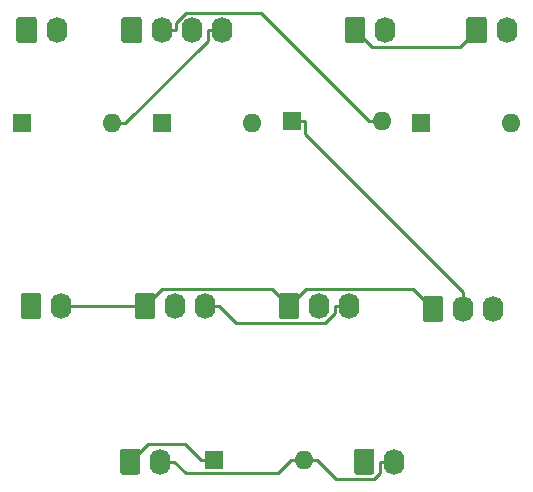
<source format=gbr>
G04 #@! TF.GenerationSoftware,KiCad,Pcbnew,(5.1.5-0-10_14)*
G04 #@! TF.CreationDate,2021-02-06T12:47:56+10:00*
G04 #@! TF.ProjectId,OH - Left Console 5 - Fuel Panel,4f48202d-204c-4656-9674-20436f6e736f,rev?*
G04 #@! TF.SameCoordinates,Original*
G04 #@! TF.FileFunction,Copper,L2,Bot*
G04 #@! TF.FilePolarity,Positive*
%FSLAX46Y46*%
G04 Gerber Fmt 4.6, Leading zero omitted, Abs format (unit mm)*
G04 Created by KiCad (PCBNEW (5.1.5-0-10_14)) date 2021-02-06 12:47:56*
%MOMM*%
%LPD*%
G04 APERTURE LIST*
%ADD10O,1.740000X2.200000*%
%ADD11C,0.100000*%
%ADD12O,1.600000X1.600000*%
%ADD13R,1.600000X1.600000*%
%ADD14C,0.250000*%
G04 APERTURE END LIST*
D10*
X131572000Y-96487000D03*
G04 #@! TA.AperFunction,ComponentPad*
D11*
G36*
X129676505Y-95388204D02*
G01*
X129700773Y-95391804D01*
X129724572Y-95397765D01*
X129747671Y-95406030D01*
X129769850Y-95416520D01*
X129790893Y-95429132D01*
X129810599Y-95443747D01*
X129828777Y-95460223D01*
X129845253Y-95478401D01*
X129859868Y-95498107D01*
X129872480Y-95519150D01*
X129882970Y-95541329D01*
X129891235Y-95564428D01*
X129897196Y-95588227D01*
X129900796Y-95612495D01*
X129902000Y-95636999D01*
X129902000Y-97337001D01*
X129900796Y-97361505D01*
X129897196Y-97385773D01*
X129891235Y-97409572D01*
X129882970Y-97432671D01*
X129872480Y-97454850D01*
X129859868Y-97475893D01*
X129845253Y-97495599D01*
X129828777Y-97513777D01*
X129810599Y-97530253D01*
X129790893Y-97544868D01*
X129769850Y-97557480D01*
X129747671Y-97567970D01*
X129724572Y-97576235D01*
X129700773Y-97582196D01*
X129676505Y-97585796D01*
X129652001Y-97587000D01*
X128411999Y-97587000D01*
X128387495Y-97585796D01*
X128363227Y-97582196D01*
X128339428Y-97576235D01*
X128316329Y-97567970D01*
X128294150Y-97557480D01*
X128273107Y-97544868D01*
X128253401Y-97530253D01*
X128235223Y-97513777D01*
X128218747Y-97495599D01*
X128204132Y-97475893D01*
X128191520Y-97454850D01*
X128181030Y-97432671D01*
X128172765Y-97409572D01*
X128166804Y-97385773D01*
X128163204Y-97361505D01*
X128162000Y-97337001D01*
X128162000Y-95636999D01*
X128163204Y-95612495D01*
X128166804Y-95588227D01*
X128172765Y-95564428D01*
X128181030Y-95541329D01*
X128191520Y-95519150D01*
X128204132Y-95498107D01*
X128218747Y-95478401D01*
X128235223Y-95460223D01*
X128253401Y-95443747D01*
X128273107Y-95429132D01*
X128294150Y-95416520D01*
X128316329Y-95406030D01*
X128339428Y-95397765D01*
X128363227Y-95391804D01*
X128387495Y-95388204D01*
X128411999Y-95387000D01*
X129652001Y-95387000D01*
X129676505Y-95388204D01*
G37*
G04 #@! TD.AperFunction*
D10*
X111760000Y-96487000D03*
G04 #@! TA.AperFunction,ComponentPad*
D11*
G36*
X109864505Y-95388204D02*
G01*
X109888773Y-95391804D01*
X109912572Y-95397765D01*
X109935671Y-95406030D01*
X109957850Y-95416520D01*
X109978893Y-95429132D01*
X109998599Y-95443747D01*
X110016777Y-95460223D01*
X110033253Y-95478401D01*
X110047868Y-95498107D01*
X110060480Y-95519150D01*
X110070970Y-95541329D01*
X110079235Y-95564428D01*
X110085196Y-95588227D01*
X110088796Y-95612495D01*
X110090000Y-95636999D01*
X110090000Y-97337001D01*
X110088796Y-97361505D01*
X110085196Y-97385773D01*
X110079235Y-97409572D01*
X110070970Y-97432671D01*
X110060480Y-97454850D01*
X110047868Y-97475893D01*
X110033253Y-97495599D01*
X110016777Y-97513777D01*
X109998599Y-97530253D01*
X109978893Y-97544868D01*
X109957850Y-97557480D01*
X109935671Y-97567970D01*
X109912572Y-97576235D01*
X109888773Y-97582196D01*
X109864505Y-97585796D01*
X109840001Y-97587000D01*
X108599999Y-97587000D01*
X108575495Y-97585796D01*
X108551227Y-97582196D01*
X108527428Y-97576235D01*
X108504329Y-97567970D01*
X108482150Y-97557480D01*
X108461107Y-97544868D01*
X108441401Y-97530253D01*
X108423223Y-97513777D01*
X108406747Y-97495599D01*
X108392132Y-97475893D01*
X108379520Y-97454850D01*
X108369030Y-97432671D01*
X108360765Y-97409572D01*
X108354804Y-97385773D01*
X108351204Y-97361505D01*
X108350000Y-97337001D01*
X108350000Y-95636999D01*
X108351204Y-95612495D01*
X108354804Y-95588227D01*
X108360765Y-95564428D01*
X108369030Y-95541329D01*
X108379520Y-95519150D01*
X108392132Y-95498107D01*
X108406747Y-95478401D01*
X108423223Y-95460223D01*
X108441401Y-95443747D01*
X108461107Y-95429132D01*
X108482150Y-95416520D01*
X108504329Y-95406030D01*
X108527428Y-95397765D01*
X108551227Y-95391804D01*
X108575495Y-95388204D01*
X108599999Y-95387000D01*
X109840001Y-95387000D01*
X109864505Y-95388204D01*
G37*
G04 #@! TD.AperFunction*
D12*
X123952000Y-96360000D03*
D13*
X116332000Y-96360000D03*
D10*
X115570000Y-83311000D03*
X113030000Y-83311000D03*
G04 #@! TA.AperFunction,ComponentPad*
D11*
G36*
X111134505Y-82212204D02*
G01*
X111158773Y-82215804D01*
X111182572Y-82221765D01*
X111205671Y-82230030D01*
X111227850Y-82240520D01*
X111248893Y-82253132D01*
X111268599Y-82267747D01*
X111286777Y-82284223D01*
X111303253Y-82302401D01*
X111317868Y-82322107D01*
X111330480Y-82343150D01*
X111340970Y-82365329D01*
X111349235Y-82388428D01*
X111355196Y-82412227D01*
X111358796Y-82436495D01*
X111360000Y-82460999D01*
X111360000Y-84161001D01*
X111358796Y-84185505D01*
X111355196Y-84209773D01*
X111349235Y-84233572D01*
X111340970Y-84256671D01*
X111330480Y-84278850D01*
X111317868Y-84299893D01*
X111303253Y-84319599D01*
X111286777Y-84337777D01*
X111268599Y-84354253D01*
X111248893Y-84368868D01*
X111227850Y-84381480D01*
X111205671Y-84391970D01*
X111182572Y-84400235D01*
X111158773Y-84406196D01*
X111134505Y-84409796D01*
X111110001Y-84411000D01*
X109869999Y-84411000D01*
X109845495Y-84409796D01*
X109821227Y-84406196D01*
X109797428Y-84400235D01*
X109774329Y-84391970D01*
X109752150Y-84381480D01*
X109731107Y-84368868D01*
X109711401Y-84354253D01*
X109693223Y-84337777D01*
X109676747Y-84319599D01*
X109662132Y-84299893D01*
X109649520Y-84278850D01*
X109639030Y-84256671D01*
X109630765Y-84233572D01*
X109624804Y-84209773D01*
X109621204Y-84185505D01*
X109620000Y-84161001D01*
X109620000Y-82460999D01*
X109621204Y-82436495D01*
X109624804Y-82412227D01*
X109630765Y-82388428D01*
X109639030Y-82365329D01*
X109649520Y-82343150D01*
X109662132Y-82322107D01*
X109676747Y-82302401D01*
X109693223Y-82284223D01*
X109711401Y-82267747D01*
X109731107Y-82253132D01*
X109752150Y-82240520D01*
X109774329Y-82230030D01*
X109797428Y-82221765D01*
X109821227Y-82215804D01*
X109845495Y-82212204D01*
X109869999Y-82211000D01*
X111110001Y-82211000D01*
X111134505Y-82212204D01*
G37*
G04 #@! TD.AperFunction*
D10*
X139954000Y-83565000D03*
X137414000Y-83565000D03*
G04 #@! TA.AperFunction,ComponentPad*
D11*
G36*
X135518505Y-82466204D02*
G01*
X135542773Y-82469804D01*
X135566572Y-82475765D01*
X135589671Y-82484030D01*
X135611850Y-82494520D01*
X135632893Y-82507132D01*
X135652599Y-82521747D01*
X135670777Y-82538223D01*
X135687253Y-82556401D01*
X135701868Y-82576107D01*
X135714480Y-82597150D01*
X135724970Y-82619329D01*
X135733235Y-82642428D01*
X135739196Y-82666227D01*
X135742796Y-82690495D01*
X135744000Y-82714999D01*
X135744000Y-84415001D01*
X135742796Y-84439505D01*
X135739196Y-84463773D01*
X135733235Y-84487572D01*
X135724970Y-84510671D01*
X135714480Y-84532850D01*
X135701868Y-84553893D01*
X135687253Y-84573599D01*
X135670777Y-84591777D01*
X135652599Y-84608253D01*
X135632893Y-84622868D01*
X135611850Y-84635480D01*
X135589671Y-84645970D01*
X135566572Y-84654235D01*
X135542773Y-84660196D01*
X135518505Y-84663796D01*
X135494001Y-84665000D01*
X134253999Y-84665000D01*
X134229495Y-84663796D01*
X134205227Y-84660196D01*
X134181428Y-84654235D01*
X134158329Y-84645970D01*
X134136150Y-84635480D01*
X134115107Y-84622868D01*
X134095401Y-84608253D01*
X134077223Y-84591777D01*
X134060747Y-84573599D01*
X134046132Y-84553893D01*
X134033520Y-84532850D01*
X134023030Y-84510671D01*
X134014765Y-84487572D01*
X134008804Y-84463773D01*
X134005204Y-84439505D01*
X134004000Y-84415001D01*
X134004000Y-82714999D01*
X134005204Y-82690495D01*
X134008804Y-82666227D01*
X134014765Y-82642428D01*
X134023030Y-82619329D01*
X134033520Y-82597150D01*
X134046132Y-82576107D01*
X134060747Y-82556401D01*
X134077223Y-82538223D01*
X134095401Y-82521747D01*
X134115107Y-82507132D01*
X134136150Y-82494520D01*
X134158329Y-82484030D01*
X134181428Y-82475765D01*
X134205227Y-82469804D01*
X134229495Y-82466204D01*
X134253999Y-82465000D01*
X135494001Y-82465000D01*
X135518505Y-82466204D01*
G37*
G04 #@! TD.AperFunction*
D10*
X103378000Y-83311000D03*
G04 #@! TA.AperFunction,ComponentPad*
D11*
G36*
X101482505Y-82212204D02*
G01*
X101506773Y-82215804D01*
X101530572Y-82221765D01*
X101553671Y-82230030D01*
X101575850Y-82240520D01*
X101596893Y-82253132D01*
X101616599Y-82267747D01*
X101634777Y-82284223D01*
X101651253Y-82302401D01*
X101665868Y-82322107D01*
X101678480Y-82343150D01*
X101688970Y-82365329D01*
X101697235Y-82388428D01*
X101703196Y-82412227D01*
X101706796Y-82436495D01*
X101708000Y-82460999D01*
X101708000Y-84161001D01*
X101706796Y-84185505D01*
X101703196Y-84209773D01*
X101697235Y-84233572D01*
X101688970Y-84256671D01*
X101678480Y-84278850D01*
X101665868Y-84299893D01*
X101651253Y-84319599D01*
X101634777Y-84337777D01*
X101616599Y-84354253D01*
X101596893Y-84368868D01*
X101575850Y-84381480D01*
X101553671Y-84391970D01*
X101530572Y-84400235D01*
X101506773Y-84406196D01*
X101482505Y-84409796D01*
X101458001Y-84411000D01*
X100217999Y-84411000D01*
X100193495Y-84409796D01*
X100169227Y-84406196D01*
X100145428Y-84400235D01*
X100122329Y-84391970D01*
X100100150Y-84381480D01*
X100079107Y-84368868D01*
X100059401Y-84354253D01*
X100041223Y-84337777D01*
X100024747Y-84319599D01*
X100010132Y-84299893D01*
X99997520Y-84278850D01*
X99987030Y-84256671D01*
X99978765Y-84233572D01*
X99972804Y-84209773D01*
X99969204Y-84185505D01*
X99968000Y-84161001D01*
X99968000Y-82460999D01*
X99969204Y-82436495D01*
X99972804Y-82412227D01*
X99978765Y-82388428D01*
X99987030Y-82365329D01*
X99997520Y-82343150D01*
X100010132Y-82322107D01*
X100024747Y-82302401D01*
X100041223Y-82284223D01*
X100059401Y-82267747D01*
X100079107Y-82253132D01*
X100100150Y-82240520D01*
X100122329Y-82230030D01*
X100145428Y-82221765D01*
X100169227Y-82215804D01*
X100193495Y-82212204D01*
X100217999Y-82211000D01*
X101458001Y-82211000D01*
X101482505Y-82212204D01*
G37*
G04 #@! TD.AperFunction*
D10*
X127762000Y-83311000D03*
X125222000Y-83311000D03*
G04 #@! TA.AperFunction,ComponentPad*
D11*
G36*
X123326505Y-82212204D02*
G01*
X123350773Y-82215804D01*
X123374572Y-82221765D01*
X123397671Y-82230030D01*
X123419850Y-82240520D01*
X123440893Y-82253132D01*
X123460599Y-82267747D01*
X123478777Y-82284223D01*
X123495253Y-82302401D01*
X123509868Y-82322107D01*
X123522480Y-82343150D01*
X123532970Y-82365329D01*
X123541235Y-82388428D01*
X123547196Y-82412227D01*
X123550796Y-82436495D01*
X123552000Y-82460999D01*
X123552000Y-84161001D01*
X123550796Y-84185505D01*
X123547196Y-84209773D01*
X123541235Y-84233572D01*
X123532970Y-84256671D01*
X123522480Y-84278850D01*
X123509868Y-84299893D01*
X123495253Y-84319599D01*
X123478777Y-84337777D01*
X123460599Y-84354253D01*
X123440893Y-84368868D01*
X123419850Y-84381480D01*
X123397671Y-84391970D01*
X123374572Y-84400235D01*
X123350773Y-84406196D01*
X123326505Y-84409796D01*
X123302001Y-84411000D01*
X122061999Y-84411000D01*
X122037495Y-84409796D01*
X122013227Y-84406196D01*
X121989428Y-84400235D01*
X121966329Y-84391970D01*
X121944150Y-84381480D01*
X121923107Y-84368868D01*
X121903401Y-84354253D01*
X121885223Y-84337777D01*
X121868747Y-84319599D01*
X121854132Y-84299893D01*
X121841520Y-84278850D01*
X121831030Y-84256671D01*
X121822765Y-84233572D01*
X121816804Y-84209773D01*
X121813204Y-84185505D01*
X121812000Y-84161001D01*
X121812000Y-82460999D01*
X121813204Y-82436495D01*
X121816804Y-82412227D01*
X121822765Y-82388428D01*
X121831030Y-82365329D01*
X121841520Y-82343150D01*
X121854132Y-82322107D01*
X121868747Y-82302401D01*
X121885223Y-82284223D01*
X121903401Y-82267747D01*
X121923107Y-82253132D01*
X121944150Y-82240520D01*
X121966329Y-82230030D01*
X121989428Y-82221765D01*
X122013227Y-82215804D01*
X122037495Y-82212204D01*
X122061999Y-82211000D01*
X123302001Y-82211000D01*
X123326505Y-82212204D01*
G37*
G04 #@! TD.AperFunction*
D10*
X141097000Y-59944000D03*
G04 #@! TA.AperFunction,ComponentPad*
D11*
G36*
X139201505Y-58845204D02*
G01*
X139225773Y-58848804D01*
X139249572Y-58854765D01*
X139272671Y-58863030D01*
X139294850Y-58873520D01*
X139315893Y-58886132D01*
X139335599Y-58900747D01*
X139353777Y-58917223D01*
X139370253Y-58935401D01*
X139384868Y-58955107D01*
X139397480Y-58976150D01*
X139407970Y-58998329D01*
X139416235Y-59021428D01*
X139422196Y-59045227D01*
X139425796Y-59069495D01*
X139427000Y-59093999D01*
X139427000Y-60794001D01*
X139425796Y-60818505D01*
X139422196Y-60842773D01*
X139416235Y-60866572D01*
X139407970Y-60889671D01*
X139397480Y-60911850D01*
X139384868Y-60932893D01*
X139370253Y-60952599D01*
X139353777Y-60970777D01*
X139335599Y-60987253D01*
X139315893Y-61001868D01*
X139294850Y-61014480D01*
X139272671Y-61024970D01*
X139249572Y-61033235D01*
X139225773Y-61039196D01*
X139201505Y-61042796D01*
X139177001Y-61044000D01*
X137936999Y-61044000D01*
X137912495Y-61042796D01*
X137888227Y-61039196D01*
X137864428Y-61033235D01*
X137841329Y-61024970D01*
X137819150Y-61014480D01*
X137798107Y-61001868D01*
X137778401Y-60987253D01*
X137760223Y-60970777D01*
X137743747Y-60952599D01*
X137729132Y-60932893D01*
X137716520Y-60911850D01*
X137706030Y-60889671D01*
X137697765Y-60866572D01*
X137691804Y-60842773D01*
X137688204Y-60818505D01*
X137687000Y-60794001D01*
X137687000Y-59093999D01*
X137688204Y-59069495D01*
X137691804Y-59045227D01*
X137697765Y-59021428D01*
X137706030Y-58998329D01*
X137716520Y-58976150D01*
X137729132Y-58955107D01*
X137743747Y-58935401D01*
X137760223Y-58917223D01*
X137778401Y-58900747D01*
X137798107Y-58886132D01*
X137819150Y-58873520D01*
X137841329Y-58863030D01*
X137864428Y-58854765D01*
X137888227Y-58848804D01*
X137912495Y-58845204D01*
X137936999Y-58844000D01*
X139177001Y-58844000D01*
X139201505Y-58845204D01*
G37*
G04 #@! TD.AperFunction*
D10*
X130810000Y-59944000D03*
G04 #@! TA.AperFunction,ComponentPad*
D11*
G36*
X128914505Y-58845204D02*
G01*
X128938773Y-58848804D01*
X128962572Y-58854765D01*
X128985671Y-58863030D01*
X129007850Y-58873520D01*
X129028893Y-58886132D01*
X129048599Y-58900747D01*
X129066777Y-58917223D01*
X129083253Y-58935401D01*
X129097868Y-58955107D01*
X129110480Y-58976150D01*
X129120970Y-58998329D01*
X129129235Y-59021428D01*
X129135196Y-59045227D01*
X129138796Y-59069495D01*
X129140000Y-59093999D01*
X129140000Y-60794001D01*
X129138796Y-60818505D01*
X129135196Y-60842773D01*
X129129235Y-60866572D01*
X129120970Y-60889671D01*
X129110480Y-60911850D01*
X129097868Y-60932893D01*
X129083253Y-60952599D01*
X129066777Y-60970777D01*
X129048599Y-60987253D01*
X129028893Y-61001868D01*
X129007850Y-61014480D01*
X128985671Y-61024970D01*
X128962572Y-61033235D01*
X128938773Y-61039196D01*
X128914505Y-61042796D01*
X128890001Y-61044000D01*
X127649999Y-61044000D01*
X127625495Y-61042796D01*
X127601227Y-61039196D01*
X127577428Y-61033235D01*
X127554329Y-61024970D01*
X127532150Y-61014480D01*
X127511107Y-61001868D01*
X127491401Y-60987253D01*
X127473223Y-60970777D01*
X127456747Y-60952599D01*
X127442132Y-60932893D01*
X127429520Y-60911850D01*
X127419030Y-60889671D01*
X127410765Y-60866572D01*
X127404804Y-60842773D01*
X127401204Y-60818505D01*
X127400000Y-60794001D01*
X127400000Y-59093999D01*
X127401204Y-59069495D01*
X127404804Y-59045227D01*
X127410765Y-59021428D01*
X127419030Y-58998329D01*
X127429520Y-58976150D01*
X127442132Y-58955107D01*
X127456747Y-58935401D01*
X127473223Y-58917223D01*
X127491401Y-58900747D01*
X127511107Y-58886132D01*
X127532150Y-58873520D01*
X127554329Y-58863030D01*
X127577428Y-58854765D01*
X127601227Y-58848804D01*
X127625495Y-58845204D01*
X127649999Y-58844000D01*
X128890001Y-58844000D01*
X128914505Y-58845204D01*
G37*
G04 #@! TD.AperFunction*
D10*
X102997000Y-59944000D03*
G04 #@! TA.AperFunction,ComponentPad*
D11*
G36*
X101101505Y-58845204D02*
G01*
X101125773Y-58848804D01*
X101149572Y-58854765D01*
X101172671Y-58863030D01*
X101194850Y-58873520D01*
X101215893Y-58886132D01*
X101235599Y-58900747D01*
X101253777Y-58917223D01*
X101270253Y-58935401D01*
X101284868Y-58955107D01*
X101297480Y-58976150D01*
X101307970Y-58998329D01*
X101316235Y-59021428D01*
X101322196Y-59045227D01*
X101325796Y-59069495D01*
X101327000Y-59093999D01*
X101327000Y-60794001D01*
X101325796Y-60818505D01*
X101322196Y-60842773D01*
X101316235Y-60866572D01*
X101307970Y-60889671D01*
X101297480Y-60911850D01*
X101284868Y-60932893D01*
X101270253Y-60952599D01*
X101253777Y-60970777D01*
X101235599Y-60987253D01*
X101215893Y-61001868D01*
X101194850Y-61014480D01*
X101172671Y-61024970D01*
X101149572Y-61033235D01*
X101125773Y-61039196D01*
X101101505Y-61042796D01*
X101077001Y-61044000D01*
X99836999Y-61044000D01*
X99812495Y-61042796D01*
X99788227Y-61039196D01*
X99764428Y-61033235D01*
X99741329Y-61024970D01*
X99719150Y-61014480D01*
X99698107Y-61001868D01*
X99678401Y-60987253D01*
X99660223Y-60970777D01*
X99643747Y-60952599D01*
X99629132Y-60932893D01*
X99616520Y-60911850D01*
X99606030Y-60889671D01*
X99597765Y-60866572D01*
X99591804Y-60842773D01*
X99588204Y-60818505D01*
X99587000Y-60794001D01*
X99587000Y-59093999D01*
X99588204Y-59069495D01*
X99591804Y-59045227D01*
X99597765Y-59021428D01*
X99606030Y-58998329D01*
X99616520Y-58976150D01*
X99629132Y-58955107D01*
X99643747Y-58935401D01*
X99660223Y-58917223D01*
X99678401Y-58900747D01*
X99698107Y-58886132D01*
X99719150Y-58873520D01*
X99741329Y-58863030D01*
X99764428Y-58854765D01*
X99788227Y-58848804D01*
X99812495Y-58845204D01*
X99836999Y-58844000D01*
X101077001Y-58844000D01*
X101101505Y-58845204D01*
G37*
G04 #@! TD.AperFunction*
D10*
X116967000Y-59944000D03*
X114427000Y-59944000D03*
X111887000Y-59944000D03*
G04 #@! TA.AperFunction,ComponentPad*
D11*
G36*
X109991505Y-58845204D02*
G01*
X110015773Y-58848804D01*
X110039572Y-58854765D01*
X110062671Y-58863030D01*
X110084850Y-58873520D01*
X110105893Y-58886132D01*
X110125599Y-58900747D01*
X110143777Y-58917223D01*
X110160253Y-58935401D01*
X110174868Y-58955107D01*
X110187480Y-58976150D01*
X110197970Y-58998329D01*
X110206235Y-59021428D01*
X110212196Y-59045227D01*
X110215796Y-59069495D01*
X110217000Y-59093999D01*
X110217000Y-60794001D01*
X110215796Y-60818505D01*
X110212196Y-60842773D01*
X110206235Y-60866572D01*
X110197970Y-60889671D01*
X110187480Y-60911850D01*
X110174868Y-60932893D01*
X110160253Y-60952599D01*
X110143777Y-60970777D01*
X110125599Y-60987253D01*
X110105893Y-61001868D01*
X110084850Y-61014480D01*
X110062671Y-61024970D01*
X110039572Y-61033235D01*
X110015773Y-61039196D01*
X109991505Y-61042796D01*
X109967001Y-61044000D01*
X108726999Y-61044000D01*
X108702495Y-61042796D01*
X108678227Y-61039196D01*
X108654428Y-61033235D01*
X108631329Y-61024970D01*
X108609150Y-61014480D01*
X108588107Y-61001868D01*
X108568401Y-60987253D01*
X108550223Y-60970777D01*
X108533747Y-60952599D01*
X108519132Y-60932893D01*
X108506520Y-60911850D01*
X108496030Y-60889671D01*
X108487765Y-60866572D01*
X108481804Y-60842773D01*
X108478204Y-60818505D01*
X108477000Y-60794001D01*
X108477000Y-59093999D01*
X108478204Y-59069495D01*
X108481804Y-59045227D01*
X108487765Y-59021428D01*
X108496030Y-58998329D01*
X108506520Y-58976150D01*
X108519132Y-58955107D01*
X108533747Y-58935401D01*
X108550223Y-58917223D01*
X108568401Y-58900747D01*
X108588107Y-58886132D01*
X108609150Y-58873520D01*
X108631329Y-58863030D01*
X108654428Y-58854765D01*
X108678227Y-58848804D01*
X108702495Y-58845204D01*
X108726999Y-58844000D01*
X109967001Y-58844000D01*
X109991505Y-58845204D01*
G37*
G04 #@! TD.AperFunction*
D12*
X107696000Y-67818000D03*
D13*
X100076000Y-67818000D03*
D12*
X119507000Y-67818000D03*
D13*
X111887000Y-67818000D03*
D12*
X130556000Y-67691000D03*
D13*
X122936000Y-67691000D03*
D12*
X141478000Y-67818000D03*
D13*
X133858000Y-67818000D03*
D14*
X130556000Y-67691000D02*
X129430700Y-67691000D01*
X111887000Y-59944000D02*
X113082300Y-59944000D01*
X113082300Y-59944000D02*
X113082300Y-59346300D01*
X113082300Y-59346300D02*
X113911100Y-58517500D01*
X113911100Y-58517500D02*
X120257200Y-58517500D01*
X120257200Y-58517500D02*
X129430700Y-67691000D01*
X122936000Y-67691000D02*
X124061300Y-67691000D01*
X137414000Y-83565000D02*
X137414000Y-82139700D01*
X137414000Y-82139700D02*
X124061300Y-68787000D01*
X124061300Y-68787000D02*
X124061300Y-67691000D01*
X107696000Y-67818000D02*
X108821300Y-67818000D01*
X116967000Y-59944000D02*
X115771700Y-59944000D01*
X115771700Y-59944000D02*
X115771700Y-60867600D01*
X115771700Y-60867600D02*
X108821300Y-67818000D01*
X115570000Y-83311000D02*
X116765300Y-83311000D01*
X127762000Y-83311000D02*
X126566700Y-83311000D01*
X126566700Y-83311000D02*
X126566700Y-83908600D01*
X126566700Y-83908600D02*
X125724100Y-84751200D01*
X125724100Y-84751200D02*
X118205500Y-84751200D01*
X118205500Y-84751200D02*
X116765300Y-83311000D01*
X110490000Y-83311000D02*
X104573300Y-83311000D01*
X122682000Y-83311000D02*
X121254100Y-81883100D01*
X121254100Y-81883100D02*
X111917900Y-81883100D01*
X111917900Y-81883100D02*
X110490000Y-83311000D01*
X103378000Y-83311000D02*
X104573300Y-83311000D01*
X122682000Y-83311000D02*
X124130200Y-81862800D01*
X124130200Y-81862800D02*
X133171800Y-81862800D01*
X133171800Y-81862800D02*
X134874000Y-83565000D01*
X128270000Y-59944000D02*
X129706200Y-61380200D01*
X129706200Y-61380200D02*
X137120800Y-61380200D01*
X137120800Y-61380200D02*
X138557000Y-59944000D01*
X123952000Y-96360000D02*
X122826700Y-96360000D01*
X111760000Y-96487000D02*
X112955300Y-96487000D01*
X112955300Y-96487000D02*
X113953600Y-97485300D01*
X113953600Y-97485300D02*
X121701400Y-97485300D01*
X121701400Y-97485300D02*
X122826700Y-96360000D01*
X131572000Y-96487000D02*
X130376700Y-96487000D01*
X123952000Y-96360000D02*
X125077300Y-96360000D01*
X125077300Y-96360000D02*
X126664800Y-97947500D01*
X126664800Y-97947500D02*
X129887400Y-97947500D01*
X129887400Y-97947500D02*
X130376700Y-97458200D01*
X130376700Y-97458200D02*
X130376700Y-96487000D01*
X116332000Y-96360000D02*
X115206700Y-96360000D01*
X115206700Y-96360000D02*
X113837600Y-94990900D01*
X113837600Y-94990900D02*
X110716100Y-94990900D01*
X110716100Y-94990900D02*
X109220000Y-96487000D01*
M02*

</source>
